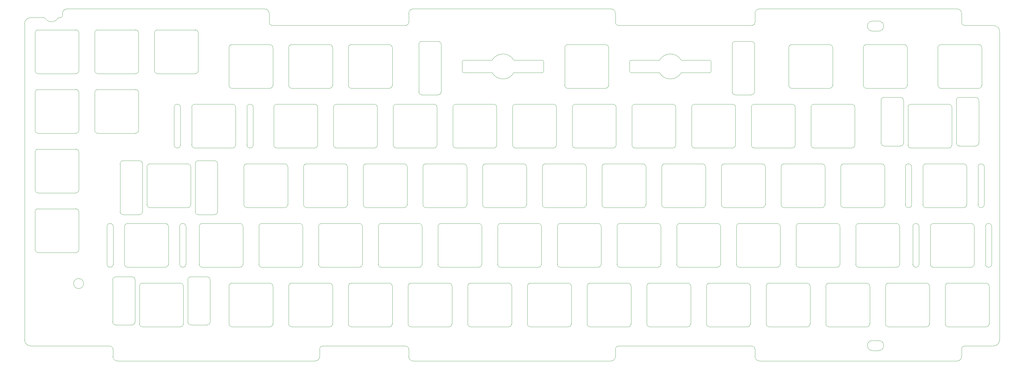
<source format=gbr>
%TF.GenerationSoftware,KiCad,Pcbnew,(5.1.9)-1*%
%TF.CreationDate,2021-02-10T15:31:51-05:00*%
%TF.ProjectId,alpine,616c7069-6e65-42e6-9b69-6361645f7063,rev?*%
%TF.SameCoordinates,Original*%
%TF.FileFunction,Profile,NP*%
%FSLAX46Y46*%
G04 Gerber Fmt 4.6, Leading zero omitted, Abs format (unit mm)*
G04 Created by KiCad (PCBNEW (5.1.9)-1) date 2021-02-10 15:31:51*
%MOMM*%
%LPD*%
G01*
G04 APERTURE LIST*
%TA.AperFunction,Profile*%
%ADD10C,0.100000*%
%TD*%
G04 APERTURE END LIST*
D10*
X13250000Y-131249999D02*
G75*
G03*
X13250000Y-131249999I-1600000J0D01*
G01*
X288250000Y-132100000D02*
G75*
G02*
X289250000Y-131100000I1000000J0D01*
G01*
X301250000Y-131100000D02*
X289250000Y-131100000D01*
X301250000Y-131100000D02*
G75*
G02*
X302250000Y-132100000I0J-1000000D01*
G01*
X302250000Y-144100000D02*
X302250000Y-132100000D01*
X302250000Y-144100000D02*
G75*
G02*
X301250000Y-145100000I-1000000J0D01*
G01*
X289250000Y-145100000D02*
X301250000Y-145100000D01*
X289250000Y-145100000D02*
G75*
G02*
X288250000Y-144100000I0J1000000D01*
G01*
X288250000Y-132100000D02*
X288250000Y-144100000D01*
X269200000Y-132100000D02*
G75*
G02*
X270200000Y-131100000I1000000J0D01*
G01*
X282200000Y-131100000D02*
X270200000Y-131100000D01*
X282200000Y-131100000D02*
G75*
G02*
X283200000Y-132100000I0J-1000000D01*
G01*
X283200000Y-144100000D02*
X283200000Y-132100000D01*
X283200000Y-144100000D02*
G75*
G02*
X282200000Y-145100000I-1000000J0D01*
G01*
X270200000Y-145100000D02*
X282200000Y-145100000D01*
X270200000Y-145100000D02*
G75*
G02*
X269200000Y-144100000I0J1000000D01*
G01*
X269200000Y-132100000D02*
X269200000Y-144100000D01*
X250150000Y-132100000D02*
G75*
G02*
X251150000Y-131100000I1000000J0D01*
G01*
X263150000Y-131100000D02*
X251150000Y-131100000D01*
X263150000Y-131100000D02*
G75*
G02*
X264150000Y-132100000I0J-1000000D01*
G01*
X264150000Y-144100000D02*
X264150000Y-132100000D01*
X264150000Y-144100000D02*
G75*
G02*
X263150000Y-145100000I-1000000J0D01*
G01*
X251150000Y-145100000D02*
X263150000Y-145100000D01*
X251150000Y-145100000D02*
G75*
G02*
X250150000Y-144100000I0J1000000D01*
G01*
X250150000Y-132100000D02*
X250150000Y-144100000D01*
X231100000Y-132100000D02*
G75*
G02*
X232100000Y-131100000I1000000J0D01*
G01*
X244100000Y-131100000D02*
X232100000Y-131100000D01*
X244100000Y-131100000D02*
G75*
G02*
X245100000Y-132100000I0J-1000000D01*
G01*
X245100000Y-144100000D02*
X245100000Y-132100000D01*
X245100000Y-144100000D02*
G75*
G02*
X244100000Y-145100000I-1000000J0D01*
G01*
X232100000Y-145100000D02*
X244100000Y-145100000D01*
X232100000Y-145100000D02*
G75*
G02*
X231100000Y-144100000I0J1000000D01*
G01*
X231100000Y-132100000D02*
X231100000Y-144100000D01*
X212050000Y-132100000D02*
G75*
G02*
X213050000Y-131100000I1000000J0D01*
G01*
X225050000Y-131100000D02*
X213050000Y-131100000D01*
X225050000Y-131100000D02*
G75*
G02*
X226050000Y-132100000I0J-1000000D01*
G01*
X226050000Y-144100000D02*
X226050000Y-132100000D01*
X226050000Y-144100000D02*
G75*
G02*
X225050000Y-145100000I-1000000J0D01*
G01*
X213050000Y-145100000D02*
X225050000Y-145100000D01*
X213050000Y-145100000D02*
G75*
G02*
X212050000Y-144100000I0J1000000D01*
G01*
X212050000Y-132100000D02*
X212050000Y-144100000D01*
X193000000Y-132100000D02*
G75*
G02*
X194000000Y-131100000I1000000J0D01*
G01*
X206000000Y-131100000D02*
X194000000Y-131100000D01*
X206000000Y-131100000D02*
G75*
G02*
X207000000Y-132100000I0J-1000000D01*
G01*
X207000000Y-144100000D02*
X207000000Y-132100000D01*
X207000000Y-144100000D02*
G75*
G02*
X206000000Y-145100000I-1000000J0D01*
G01*
X194000000Y-145100000D02*
X206000000Y-145100000D01*
X194000000Y-145100000D02*
G75*
G02*
X193000000Y-144100000I0J1000000D01*
G01*
X193000000Y-132100000D02*
X193000000Y-144100000D01*
X173950000Y-132100000D02*
G75*
G02*
X174950000Y-131100000I1000000J0D01*
G01*
X186950000Y-131100000D02*
X174950000Y-131100000D01*
X186950000Y-131100000D02*
G75*
G02*
X187950000Y-132100000I0J-1000000D01*
G01*
X187950000Y-144100000D02*
X187950000Y-132100000D01*
X187950000Y-144100000D02*
G75*
G02*
X186950000Y-145100000I-1000000J0D01*
G01*
X174950000Y-145100000D02*
X186950000Y-145100000D01*
X174950000Y-145100000D02*
G75*
G02*
X173950000Y-144100000I0J1000000D01*
G01*
X173950000Y-132100000D02*
X173950000Y-144100000D01*
X154900000Y-132100000D02*
G75*
G02*
X155900000Y-131100000I1000000J0D01*
G01*
X167900000Y-131100000D02*
X155900000Y-131100000D01*
X167900000Y-131100000D02*
G75*
G02*
X168900000Y-132100000I0J-1000000D01*
G01*
X168900000Y-144100000D02*
X168900000Y-132100000D01*
X168900000Y-144100000D02*
G75*
G02*
X167900000Y-145100000I-1000000J0D01*
G01*
X155900000Y-145100000D02*
X167900000Y-145100000D01*
X155900000Y-145100000D02*
G75*
G02*
X154900000Y-144100000I0J1000000D01*
G01*
X154900000Y-132100000D02*
X154900000Y-144100000D01*
X135850000Y-132100000D02*
G75*
G02*
X136850000Y-131100000I1000000J0D01*
G01*
X148850000Y-131100000D02*
X136850000Y-131100000D01*
X148850000Y-131100000D02*
G75*
G02*
X149850000Y-132100000I0J-1000000D01*
G01*
X149850000Y-144100000D02*
X149850000Y-132100000D01*
X149850000Y-144100000D02*
G75*
G02*
X148850000Y-145100000I-1000000J0D01*
G01*
X136850000Y-145100000D02*
X148850000Y-145100000D01*
X136850000Y-145100000D02*
G75*
G02*
X135850000Y-144100000I0J1000000D01*
G01*
X135850000Y-132100000D02*
X135850000Y-144100000D01*
X116800000Y-132100000D02*
G75*
G02*
X117800000Y-131100000I1000000J0D01*
G01*
X129800000Y-131100000D02*
X117800000Y-131100000D01*
X129800000Y-131100000D02*
G75*
G02*
X130800000Y-132100000I0J-1000000D01*
G01*
X130800000Y-144100000D02*
X130800000Y-132100000D01*
X130800000Y-144100000D02*
G75*
G02*
X129800000Y-145100000I-1000000J0D01*
G01*
X117800000Y-145100000D02*
X129800000Y-145100000D01*
X117800000Y-145100000D02*
G75*
G02*
X116800000Y-144100000I0J1000000D01*
G01*
X116800000Y-132100000D02*
X116800000Y-144100000D01*
X97750000Y-132100000D02*
G75*
G02*
X98750000Y-131100000I1000000J0D01*
G01*
X110750000Y-131100000D02*
X98750000Y-131100000D01*
X110750000Y-131100000D02*
G75*
G02*
X111750000Y-132100000I0J-1000000D01*
G01*
X111750000Y-144100000D02*
X111750000Y-132100000D01*
X111750000Y-144100000D02*
G75*
G02*
X110750000Y-145100000I-1000000J0D01*
G01*
X98750000Y-145100000D02*
X110750000Y-145100000D01*
X98750000Y-145100000D02*
G75*
G02*
X97750000Y-144100000I0J1000000D01*
G01*
X97750000Y-132100000D02*
X97750000Y-144100000D01*
X78700000Y-132100000D02*
G75*
G02*
X79700000Y-131100000I1000000J0D01*
G01*
X91700000Y-131100000D02*
X79700000Y-131100000D01*
X91700000Y-131100000D02*
G75*
G02*
X92700000Y-132100000I0J-1000000D01*
G01*
X92700000Y-144100000D02*
X92700000Y-132100000D01*
X92700000Y-144100000D02*
G75*
G02*
X91700000Y-145100000I-1000000J0D01*
G01*
X79700000Y-145100000D02*
X91700000Y-145100000D01*
X79700000Y-145100000D02*
G75*
G02*
X78700000Y-144100000I0J1000000D01*
G01*
X78700000Y-132100000D02*
X78700000Y-144100000D01*
X59650000Y-132100000D02*
G75*
G02*
X60650000Y-131100000I1000000J0D01*
G01*
X72650000Y-131100000D02*
X60650000Y-131100000D01*
X72650000Y-131100000D02*
G75*
G02*
X73650000Y-132100000I0J-1000000D01*
G01*
X73650000Y-144100000D02*
X73650000Y-132100000D01*
X73650000Y-144100000D02*
G75*
G02*
X72650000Y-145100000I-1000000J0D01*
G01*
X60650000Y-145100000D02*
X72650000Y-145100000D01*
X60650000Y-145100000D02*
G75*
G02*
X59650000Y-144100000I0J1000000D01*
G01*
X59650000Y-132100000D02*
X59650000Y-144100000D01*
X45075000Y-144100000D02*
G75*
G02*
X44075000Y-145100000I-1000000J0D01*
G01*
X32075000Y-145100000D02*
X44075000Y-145100000D01*
X32075000Y-145100000D02*
G75*
G02*
X31075000Y-144100000I0J1000000D01*
G01*
X31075000Y-132100000D02*
X31075000Y-144100000D01*
X31075000Y-132100000D02*
G75*
G02*
X32075000Y-131100000I1000000J0D01*
G01*
X44075000Y-131100000D02*
X32075000Y-131100000D01*
X44075000Y-131100000D02*
G75*
G02*
X45075000Y-132100000I0J-1000000D01*
G01*
X45075000Y-144100000D02*
X45075000Y-132100000D01*
X22710000Y-125050000D02*
G75*
G02*
X20710000Y-125050000I-1000000J0D01*
G01*
X20710000Y-113050000D02*
X20710000Y-125050000D01*
X20710000Y-113050000D02*
G75*
G02*
X22710000Y-113050000I1000000J0D01*
G01*
X22710000Y-125050000D02*
X22710000Y-113050000D01*
X26310000Y-113050000D02*
G75*
G02*
X27310000Y-112050000I1000000J0D01*
G01*
X39310000Y-112050000D02*
X27310000Y-112050000D01*
X39310000Y-112050000D02*
G75*
G02*
X40310000Y-113050000I0J-1000000D01*
G01*
X40310000Y-125050000D02*
X40310000Y-113050000D01*
X40310000Y-125050000D02*
G75*
G02*
X39310000Y-126050000I-1000000J0D01*
G01*
X27310000Y-126050000D02*
X39310000Y-126050000D01*
X27310000Y-126050000D02*
G75*
G02*
X26310000Y-125050000I0J1000000D01*
G01*
X26310000Y-113050000D02*
X26310000Y-125050000D01*
X43910000Y-113050000D02*
G75*
G02*
X45910000Y-113050000I1000000J0D01*
G01*
X45910000Y-125050000D02*
X45910000Y-113050000D01*
X45910000Y-125050000D02*
G75*
G02*
X43910000Y-125050000I-1000000J0D01*
G01*
X43910000Y-113050000D02*
X43910000Y-125050000D01*
X50125000Y-113050000D02*
G75*
G02*
X51125000Y-112050000I1000000J0D01*
G01*
X63125000Y-112050000D02*
X51125000Y-112050000D01*
X63125000Y-112050000D02*
G75*
G02*
X64125000Y-113050000I0J-1000000D01*
G01*
X64125000Y-125050000D02*
X64125000Y-113050000D01*
X64125000Y-125050000D02*
G75*
G02*
X63125000Y-126050000I-1000000J0D01*
G01*
X51125000Y-126050000D02*
X63125000Y-126050000D01*
X51125000Y-126050000D02*
G75*
G02*
X50125000Y-125050000I0J1000000D01*
G01*
X50125000Y-113050000D02*
X50125000Y-125050000D01*
X69175000Y-113050000D02*
G75*
G02*
X70175000Y-112050000I1000000J0D01*
G01*
X82175000Y-112050000D02*
X70175000Y-112050000D01*
X82175000Y-112050000D02*
G75*
G02*
X83175000Y-113050000I0J-1000000D01*
G01*
X83175000Y-125050000D02*
X83175000Y-113050000D01*
X83175000Y-125050000D02*
G75*
G02*
X82175000Y-126050000I-1000000J0D01*
G01*
X70175000Y-126050000D02*
X82175000Y-126050000D01*
X70175000Y-126050000D02*
G75*
G02*
X69175000Y-125050000I0J1000000D01*
G01*
X69175000Y-113050000D02*
X69175000Y-125050000D01*
X88225000Y-113050000D02*
G75*
G02*
X89225000Y-112050000I1000000J0D01*
G01*
X101225000Y-112050000D02*
X89225000Y-112050000D01*
X101225000Y-112050000D02*
G75*
G02*
X102225000Y-113050000I0J-1000000D01*
G01*
X102225000Y-125050000D02*
X102225000Y-113050000D01*
X102225000Y-125050000D02*
G75*
G02*
X101225000Y-126050000I-1000000J0D01*
G01*
X89225000Y-126050000D02*
X101225000Y-126050000D01*
X89225000Y-126050000D02*
G75*
G02*
X88225000Y-125050000I0J1000000D01*
G01*
X88225000Y-113050000D02*
X88225000Y-125050000D01*
X107275000Y-113050000D02*
G75*
G02*
X108275000Y-112050000I1000000J0D01*
G01*
X120275000Y-112050000D02*
X108275000Y-112050000D01*
X120275000Y-112050000D02*
G75*
G02*
X121275000Y-113050000I0J-1000000D01*
G01*
X121275000Y-125050000D02*
X121275000Y-113050000D01*
X121275000Y-125050000D02*
G75*
G02*
X120275000Y-126050000I-1000000J0D01*
G01*
X108275000Y-126050000D02*
X120275000Y-126050000D01*
X108275000Y-126050000D02*
G75*
G02*
X107275000Y-125050000I0J1000000D01*
G01*
X107275000Y-113050000D02*
X107275000Y-125050000D01*
X126325000Y-113050000D02*
G75*
G02*
X127325000Y-112050000I1000000J0D01*
G01*
X139325000Y-112050000D02*
X127325000Y-112050000D01*
X139325000Y-112050000D02*
G75*
G02*
X140325000Y-113050000I0J-1000000D01*
G01*
X140325000Y-125050000D02*
X140325000Y-113050000D01*
X140325000Y-125050000D02*
G75*
G02*
X139325000Y-126050000I-1000000J0D01*
G01*
X127325000Y-126050000D02*
X139325000Y-126050000D01*
X127325000Y-126050000D02*
G75*
G02*
X126325000Y-125050000I0J1000000D01*
G01*
X126325000Y-113050000D02*
X126325000Y-125050000D01*
X145375000Y-113050000D02*
G75*
G02*
X146375000Y-112050000I1000000J0D01*
G01*
X158375000Y-112050000D02*
X146375000Y-112050000D01*
X158375000Y-112050000D02*
G75*
G02*
X159375000Y-113050000I0J-1000000D01*
G01*
X159375000Y-125050000D02*
X159375000Y-113050000D01*
X159375000Y-125050000D02*
G75*
G02*
X158375000Y-126050000I-1000000J0D01*
G01*
X146375000Y-126050000D02*
X158375000Y-126050000D01*
X146375000Y-126050000D02*
G75*
G02*
X145375000Y-125050000I0J1000000D01*
G01*
X145375000Y-113050000D02*
X145375000Y-125050000D01*
X164425000Y-113050000D02*
G75*
G02*
X165425000Y-112050000I1000000J0D01*
G01*
X177425000Y-112050000D02*
X165425000Y-112050000D01*
X177425000Y-112050000D02*
G75*
G02*
X178425000Y-113050000I0J-1000000D01*
G01*
X178425000Y-125050000D02*
X178425000Y-113050000D01*
X178425000Y-125050000D02*
G75*
G02*
X177425000Y-126050000I-1000000J0D01*
G01*
X165425000Y-126050000D02*
X177425000Y-126050000D01*
X165425000Y-126050000D02*
G75*
G02*
X164425000Y-125050000I0J1000000D01*
G01*
X164425000Y-113050000D02*
X164425000Y-125050000D01*
X183475000Y-113050000D02*
G75*
G02*
X184475000Y-112050000I1000000J0D01*
G01*
X196475000Y-112050000D02*
X184475000Y-112050000D01*
X196475000Y-112050000D02*
G75*
G02*
X197475000Y-113050000I0J-1000000D01*
G01*
X197475000Y-125050000D02*
X197475000Y-113050000D01*
X197475000Y-125050000D02*
G75*
G02*
X196475000Y-126050000I-1000000J0D01*
G01*
X184475000Y-126050000D02*
X196475000Y-126050000D01*
X184475000Y-126050000D02*
G75*
G02*
X183475000Y-125050000I0J1000000D01*
G01*
X183475000Y-113050000D02*
X183475000Y-125050000D01*
X202525000Y-113050000D02*
G75*
G02*
X203525000Y-112050000I1000000J0D01*
G01*
X215525000Y-112050000D02*
X203525000Y-112050000D01*
X215525000Y-112050000D02*
G75*
G02*
X216525000Y-113050000I0J-1000000D01*
G01*
X216525000Y-125050000D02*
X216525000Y-113050000D01*
X216525000Y-125050000D02*
G75*
G02*
X215525000Y-126050000I-1000000J0D01*
G01*
X203525000Y-126050000D02*
X215525000Y-126050000D01*
X203525000Y-126050000D02*
G75*
G02*
X202525000Y-125050000I0J1000000D01*
G01*
X202525000Y-113050000D02*
X202525000Y-125050000D01*
X221575000Y-113050000D02*
G75*
G02*
X222575000Y-112050000I1000000J0D01*
G01*
X234575000Y-112050000D02*
X222575000Y-112050000D01*
X234575000Y-112050000D02*
G75*
G02*
X235575000Y-113050000I0J-1000000D01*
G01*
X235575000Y-125050000D02*
X235575000Y-113050000D01*
X235575000Y-125050000D02*
G75*
G02*
X234575000Y-126050000I-1000000J0D01*
G01*
X222575000Y-126050000D02*
X234575000Y-126050000D01*
X222575000Y-126050000D02*
G75*
G02*
X221575000Y-125050000I0J1000000D01*
G01*
X221575000Y-113050000D02*
X221575000Y-125050000D01*
X240625000Y-113050000D02*
G75*
G02*
X241625000Y-112050000I1000000J0D01*
G01*
X253625000Y-112050000D02*
X241625000Y-112050000D01*
X253625000Y-112050000D02*
G75*
G02*
X254625000Y-113050000I0J-1000000D01*
G01*
X254625000Y-125050000D02*
X254625000Y-113050000D01*
X254625000Y-125050000D02*
G75*
G02*
X253625000Y-126050000I-1000000J0D01*
G01*
X241625000Y-126050000D02*
X253625000Y-126050000D01*
X241625000Y-126050000D02*
G75*
G02*
X240625000Y-125050000I0J1000000D01*
G01*
X240625000Y-113050000D02*
X240625000Y-125050000D01*
X259675000Y-113050000D02*
G75*
G02*
X260675000Y-112050000I1000000J0D01*
G01*
X272675000Y-112050000D02*
X260675000Y-112050000D01*
X272675000Y-112050000D02*
G75*
G02*
X273675000Y-113050000I0J-1000000D01*
G01*
X273675000Y-125050000D02*
X273675000Y-113050000D01*
X273675000Y-125050000D02*
G75*
G02*
X272675000Y-126050000I-1000000J0D01*
G01*
X260675000Y-126050000D02*
X272675000Y-126050000D01*
X260675000Y-126050000D02*
G75*
G02*
X259675000Y-125050000I0J1000000D01*
G01*
X259675000Y-113050000D02*
X259675000Y-125050000D01*
X279890000Y-125050000D02*
G75*
G02*
X277890000Y-125050000I-1000000J0D01*
G01*
X277890000Y-113050000D02*
X277890000Y-125050000D01*
X277890000Y-113050000D02*
G75*
G02*
X279890000Y-113050000I1000000J0D01*
G01*
X279890000Y-125050000D02*
X279890000Y-113050000D01*
X283490000Y-113050000D02*
G75*
G02*
X284490000Y-112050000I1000000J0D01*
G01*
X296490000Y-112050000D02*
X284490000Y-112050000D01*
X296490000Y-112050000D02*
G75*
G02*
X297490000Y-113050000I0J-1000000D01*
G01*
X297490000Y-125050000D02*
X297490000Y-113050000D01*
X297490000Y-125050000D02*
G75*
G02*
X296490000Y-126050000I-1000000J0D01*
G01*
X284490000Y-126050000D02*
X296490000Y-126050000D01*
X284490000Y-126050000D02*
G75*
G02*
X283490000Y-125050000I0J1000000D01*
G01*
X283490000Y-113050000D02*
X283490000Y-125050000D01*
X301090000Y-113050000D02*
G75*
G02*
X303090000Y-113050000I1000000J0D01*
G01*
X303090000Y-125050000D02*
X303090000Y-113050000D01*
X303090000Y-125050000D02*
G75*
G02*
X301090000Y-125050000I-1000000J0D01*
G01*
X301090000Y-113050000D02*
X301090000Y-125050000D01*
X11749999Y-89299999D02*
X11749999Y-101299999D01*
X10749999Y-88299999D02*
G75*
G02*
X11749999Y-89299999I0J-1000000D01*
G01*
X-1250000Y-88299999D02*
X10749999Y-88299999D01*
X-2250000Y-89299999D02*
G75*
G02*
X-1250000Y-88299999I1000000J0D01*
G01*
X-2250000Y-101299999D02*
X-2250000Y-89299999D01*
X-1250000Y-102299999D02*
G75*
G02*
X-2250000Y-101299999I0J1000000D01*
G01*
X10749999Y-102299999D02*
X-1250000Y-102299999D01*
X11749999Y-101299999D02*
G75*
G02*
X10749999Y-102299999I-1000000J0D01*
G01*
X30799999Y-51199999D02*
X30799999Y-63199999D01*
X29799999Y-50199999D02*
G75*
G02*
X30799999Y-51199999I0J-1000000D01*
G01*
X17799999Y-50199999D02*
X29799999Y-50199999D01*
X16799999Y-51199999D02*
G75*
G02*
X17799999Y-50199999I1000000J0D01*
G01*
X16799999Y-63199999D02*
X16799999Y-51199999D01*
X17799999Y-64199999D02*
G75*
G02*
X16799999Y-63199999I0J1000000D01*
G01*
X29799999Y-64199999D02*
X17799999Y-64199999D01*
X30799999Y-63199999D02*
G75*
G02*
X29799999Y-64199999I-1000000J0D01*
G01*
X11749999Y-51199999D02*
X11749999Y-63199999D01*
X10749999Y-50199999D02*
G75*
G02*
X11749999Y-51199999I0J-1000000D01*
G01*
X-1250000Y-50199999D02*
X10749999Y-50199999D01*
X-2250000Y-51199999D02*
G75*
G02*
X-1250000Y-50199999I1000000J0D01*
G01*
X-2250000Y-63199999D02*
X-2250000Y-51199999D01*
X-1250000Y-64199999D02*
G75*
G02*
X-2250000Y-63199999I0J1000000D01*
G01*
X10749999Y-64199999D02*
X-1250000Y-64199999D01*
X11749999Y-63199999D02*
G75*
G02*
X10749999Y-64199999I-1000000J0D01*
G01*
X49849999Y-51199999D02*
X49849999Y-63199999D01*
X48849999Y-50199999D02*
G75*
G02*
X49849999Y-51199999I0J-1000000D01*
G01*
X36849999Y-50199999D02*
X48849999Y-50199999D01*
X35849999Y-51199999D02*
G75*
G02*
X36849999Y-50199999I1000000J0D01*
G01*
X35849999Y-63199999D02*
X35849999Y-51199999D01*
X36849999Y-64199999D02*
G75*
G02*
X35849999Y-63199999I0J1000000D01*
G01*
X48849999Y-64199999D02*
X36849999Y-64199999D01*
X49849999Y-63199999D02*
G75*
G02*
X48849999Y-64199999I-1000000J0D01*
G01*
X64400000Y-106000000D02*
X64400000Y-94000000D01*
X65400000Y-107000000D02*
G75*
G02*
X64400000Y-106000000I0J1000000D01*
G01*
X77400000Y-107000000D02*
X65400000Y-107000000D01*
X78400000Y-106000000D02*
G75*
G02*
X77400000Y-107000000I-1000000J0D01*
G01*
X78400000Y-94000000D02*
X78400000Y-106000000D01*
X77400000Y-93000000D02*
G75*
G02*
X78400000Y-94000000I0J-1000000D01*
G01*
X65400000Y-93000000D02*
X77400000Y-93000000D01*
X64400000Y-94000000D02*
G75*
G02*
X65400000Y-93000000I1000000J0D01*
G01*
X83450000Y-106000000D02*
X83450000Y-94000000D01*
X84450000Y-107000000D02*
G75*
G02*
X83450000Y-106000000I0J1000000D01*
G01*
X96450000Y-107000000D02*
X84450000Y-107000000D01*
X97450000Y-106000000D02*
G75*
G02*
X96450000Y-107000000I-1000000J0D01*
G01*
X97450000Y-94000000D02*
X97450000Y-106000000D01*
X96450000Y-93000000D02*
G75*
G02*
X97450000Y-94000000I0J-1000000D01*
G01*
X84450000Y-93000000D02*
X96450000Y-93000000D01*
X83450000Y-94000000D02*
G75*
G02*
X84450000Y-93000000I1000000J0D01*
G01*
X102500000Y-106000000D02*
X102500000Y-94000000D01*
X103500000Y-107000000D02*
G75*
G02*
X102500000Y-106000000I0J1000000D01*
G01*
X115500000Y-107000000D02*
X103500000Y-107000000D01*
X116500000Y-106000000D02*
G75*
G02*
X115500000Y-107000000I-1000000J0D01*
G01*
X116500000Y-94000000D02*
X116500000Y-106000000D01*
X115500000Y-93000000D02*
G75*
G02*
X116500000Y-94000000I0J-1000000D01*
G01*
X103500000Y-93000000D02*
X115500000Y-93000000D01*
X102500000Y-94000000D02*
G75*
G02*
X103500000Y-93000000I1000000J0D01*
G01*
X121550000Y-106000000D02*
X121550000Y-94000000D01*
X122550000Y-107000000D02*
G75*
G02*
X121550000Y-106000000I0J1000000D01*
G01*
X134550000Y-107000000D02*
X122550000Y-107000000D01*
X135550000Y-106000000D02*
G75*
G02*
X134550000Y-107000000I-1000000J0D01*
G01*
X135550000Y-94000000D02*
X135550000Y-106000000D01*
X134550000Y-93000000D02*
G75*
G02*
X135550000Y-94000000I0J-1000000D01*
G01*
X122550000Y-93000000D02*
X134550000Y-93000000D01*
X121550000Y-94000000D02*
G75*
G02*
X122550000Y-93000000I1000000J0D01*
G01*
X140600000Y-106000000D02*
X140600000Y-94000000D01*
X141600000Y-107000000D02*
G75*
G02*
X140600000Y-106000000I0J1000000D01*
G01*
X153600000Y-107000000D02*
X141600000Y-107000000D01*
X154600000Y-106000000D02*
G75*
G02*
X153600000Y-107000000I-1000000J0D01*
G01*
X154600000Y-94000000D02*
X154600000Y-106000000D01*
X153600000Y-93000000D02*
G75*
G02*
X154600000Y-94000000I0J-1000000D01*
G01*
X141600000Y-93000000D02*
X153600000Y-93000000D01*
X140600000Y-94000000D02*
G75*
G02*
X141600000Y-93000000I1000000J0D01*
G01*
X159650000Y-106000000D02*
X159650000Y-94000000D01*
X160650000Y-107000000D02*
G75*
G02*
X159650000Y-106000000I0J1000000D01*
G01*
X172650000Y-107000000D02*
X160650000Y-107000000D01*
X173650000Y-106000000D02*
G75*
G02*
X172650000Y-107000000I-1000000J0D01*
G01*
X173650000Y-94000000D02*
X173650000Y-106000000D01*
X172650000Y-93000000D02*
G75*
G02*
X173650000Y-94000000I0J-1000000D01*
G01*
X160650000Y-93000000D02*
X172650000Y-93000000D01*
X159650000Y-94000000D02*
G75*
G02*
X160650000Y-93000000I1000000J0D01*
G01*
X178700000Y-106000000D02*
X178700000Y-94000000D01*
X179700000Y-107000000D02*
G75*
G02*
X178700000Y-106000000I0J1000000D01*
G01*
X191700000Y-107000000D02*
X179700000Y-107000000D01*
X192700000Y-106000000D02*
G75*
G02*
X191700000Y-107000000I-1000000J0D01*
G01*
X192700000Y-94000000D02*
X192700000Y-106000000D01*
X191700000Y-93000000D02*
G75*
G02*
X192700000Y-94000000I0J-1000000D01*
G01*
X179700000Y-93000000D02*
X191700000Y-93000000D01*
X178700000Y-94000000D02*
G75*
G02*
X179700000Y-93000000I1000000J0D01*
G01*
X197750000Y-106000000D02*
X197750000Y-94000000D01*
X198750000Y-107000000D02*
G75*
G02*
X197750000Y-106000000I0J1000000D01*
G01*
X210750000Y-107000000D02*
X198750000Y-107000000D01*
X211750000Y-106000000D02*
G75*
G02*
X210750000Y-107000000I-1000000J0D01*
G01*
X211750000Y-94000000D02*
X211750000Y-106000000D01*
X210750000Y-93000000D02*
G75*
G02*
X211750000Y-94000000I0J-1000000D01*
G01*
X198750000Y-93000000D02*
X210750000Y-93000000D01*
X197750000Y-94000000D02*
G75*
G02*
X198750000Y-93000000I1000000J0D01*
G01*
X216800000Y-106000000D02*
X216800000Y-94000000D01*
X217800000Y-107000000D02*
G75*
G02*
X216800000Y-106000000I0J1000000D01*
G01*
X229800000Y-107000000D02*
X217800000Y-107000000D01*
X230800000Y-106000000D02*
G75*
G02*
X229800000Y-107000000I-1000000J0D01*
G01*
X230800000Y-94000000D02*
X230800000Y-106000000D01*
X229800000Y-93000000D02*
G75*
G02*
X230800000Y-94000000I0J-1000000D01*
G01*
X217800000Y-93000000D02*
X229800000Y-93000000D01*
X216800000Y-94000000D02*
G75*
G02*
X217800000Y-93000000I1000000J0D01*
G01*
X235850000Y-106000000D02*
X235850000Y-94000000D01*
X236850000Y-107000000D02*
G75*
G02*
X235850000Y-106000000I0J1000000D01*
G01*
X248850000Y-107000000D02*
X236850000Y-107000000D01*
X249850000Y-106000000D02*
G75*
G02*
X248850000Y-107000000I-1000000J0D01*
G01*
X249850000Y-94000000D02*
X249850000Y-106000000D01*
X248850000Y-93000000D02*
G75*
G02*
X249850000Y-94000000I0J-1000000D01*
G01*
X236850000Y-93000000D02*
X248850000Y-93000000D01*
X235850000Y-94000000D02*
G75*
G02*
X236850000Y-93000000I1000000J0D01*
G01*
X254900000Y-106000000D02*
X254900000Y-94000000D01*
X255900000Y-107000000D02*
G75*
G02*
X254900000Y-106000000I0J1000000D01*
G01*
X267900000Y-107000000D02*
X255900000Y-107000000D01*
X268900000Y-106000000D02*
G75*
G02*
X267900000Y-107000000I-1000000J0D01*
G01*
X268900000Y-94000000D02*
X268900000Y-106000000D01*
X267900000Y-93000000D02*
G75*
G02*
X268900000Y-94000000I0J-1000000D01*
G01*
X255900000Y-93000000D02*
X267900000Y-93000000D01*
X254900000Y-94000000D02*
G75*
G02*
X255900000Y-93000000I1000000J0D01*
G01*
X275500000Y-106000000D02*
X275500000Y-94000000D01*
X277500000Y-106000000D02*
G75*
G02*
X275500000Y-106000000I-1000000J0D01*
G01*
X277500000Y-94000000D02*
X277500000Y-106000000D01*
X275500000Y-94000000D02*
G75*
G02*
X277500000Y-94000000I1000000J0D01*
G01*
X281100000Y-106000000D02*
X281100000Y-94000000D01*
X282100000Y-107000000D02*
G75*
G02*
X281100000Y-106000000I0J1000000D01*
G01*
X294100000Y-107000000D02*
X282100000Y-107000000D01*
X295100000Y-106000000D02*
G75*
G02*
X294100000Y-107000000I-1000000J0D01*
G01*
X295100000Y-94000000D02*
X295100000Y-106000000D01*
X294100000Y-93000000D02*
G75*
G02*
X295100000Y-94000000I0J-1000000D01*
G01*
X282100000Y-93000000D02*
X294100000Y-93000000D01*
X281100000Y-94000000D02*
G75*
G02*
X282100000Y-93000000I1000000J0D01*
G01*
X300700000Y-94000000D02*
X300700000Y-106000000D01*
X298700000Y-94000000D02*
G75*
G02*
X300700000Y-94000000I1000000J0D01*
G01*
X298700000Y-106000000D02*
X298700000Y-94000000D01*
X300700000Y-106000000D02*
G75*
G02*
X298700000Y-106000000I-1000000J0D01*
G01*
X290345000Y-74950000D02*
X290345000Y-86950000D01*
X289345000Y-73950000D02*
G75*
G02*
X290345000Y-74950000I0J-1000000D01*
G01*
X277345000Y-73950000D02*
X289345000Y-73950000D01*
X276345000Y-74950000D02*
G75*
G02*
X277345000Y-73950000I1000000J0D01*
G01*
X276345000Y-86950000D02*
X276345000Y-74950000D01*
X277345000Y-87950000D02*
G75*
G02*
X276345000Y-86950000I0J1000000D01*
G01*
X289345000Y-87950000D02*
X277345000Y-87950000D01*
X290345000Y-86950000D02*
G75*
G02*
X289345000Y-87950000I-1000000J0D01*
G01*
X246400000Y-73950000D02*
X258400000Y-73950000D01*
X245400000Y-74950000D02*
G75*
G02*
X246400000Y-73950000I1000000J0D01*
G01*
X245400000Y-86950000D02*
X245400000Y-74950000D01*
X246400000Y-87950000D02*
G75*
G02*
X245400000Y-86950000I0J1000000D01*
G01*
X258400000Y-87950000D02*
X246400000Y-87950000D01*
X259400000Y-86950000D02*
G75*
G02*
X258400000Y-87950000I-1000000J0D01*
G01*
X259400000Y-74950000D02*
X259400000Y-86950000D01*
X258400000Y-73950000D02*
G75*
G02*
X259400000Y-74950000I0J-1000000D01*
G01*
X239350000Y-87950000D02*
X227350000Y-87950000D01*
X240350000Y-86950000D02*
G75*
G02*
X239350000Y-87950000I-1000000J0D01*
G01*
X240350000Y-74950000D02*
X240350000Y-86950000D01*
X239350000Y-73950000D02*
G75*
G02*
X240350000Y-74950000I0J-1000000D01*
G01*
X227350000Y-73950000D02*
X239350000Y-73950000D01*
X226350000Y-74950000D02*
G75*
G02*
X227350000Y-73950000I1000000J0D01*
G01*
X226350000Y-86950000D02*
X226350000Y-74950000D01*
X227350000Y-87950000D02*
G75*
G02*
X226350000Y-86950000I0J1000000D01*
G01*
X220300000Y-87950000D02*
X208300000Y-87950000D01*
X221300000Y-86950000D02*
G75*
G02*
X220300000Y-87950000I-1000000J0D01*
G01*
X221300000Y-74950000D02*
X221300000Y-86950000D01*
X220300000Y-73950000D02*
G75*
G02*
X221300000Y-74950000I0J-1000000D01*
G01*
X208300000Y-73950000D02*
X220300000Y-73950000D01*
X207300000Y-74950000D02*
G75*
G02*
X208300000Y-73950000I1000000J0D01*
G01*
X207300000Y-86950000D02*
X207300000Y-74950000D01*
X208300000Y-87950000D02*
G75*
G02*
X207300000Y-86950000I0J1000000D01*
G01*
X189250000Y-73950000D02*
X201250000Y-73950000D01*
X188250000Y-74950000D02*
G75*
G02*
X189250000Y-73950000I1000000J0D01*
G01*
X188250000Y-86950000D02*
X188250000Y-74950000D01*
X189250000Y-87950000D02*
G75*
G02*
X188250000Y-86950000I0J1000000D01*
G01*
X201250000Y-87950000D02*
X189250000Y-87950000D01*
X202250000Y-86950000D02*
G75*
G02*
X201250000Y-87950000I-1000000J0D01*
G01*
X202250000Y-74950000D02*
X202250000Y-86950000D01*
X201250000Y-73950000D02*
G75*
G02*
X202250000Y-74950000I0J-1000000D01*
G01*
X169200000Y-86950000D02*
X169200000Y-74950000D01*
X170200000Y-87950000D02*
G75*
G02*
X169200000Y-86950000I0J1000000D01*
G01*
X182200000Y-87950000D02*
X170200000Y-87950000D01*
X183200000Y-86950000D02*
G75*
G02*
X182200000Y-87950000I-1000000J0D01*
G01*
X183200000Y-74950000D02*
X183200000Y-86950000D01*
X182200000Y-73950000D02*
G75*
G02*
X183200000Y-74950000I0J-1000000D01*
G01*
X170200000Y-73950000D02*
X182200000Y-73950000D01*
X169200000Y-74950000D02*
G75*
G02*
X170200000Y-73950000I1000000J0D01*
G01*
X150150000Y-86950000D02*
X150150000Y-74950000D01*
X151150000Y-87950000D02*
G75*
G02*
X150150000Y-86950000I0J1000000D01*
G01*
X163150000Y-87950000D02*
X151150000Y-87950000D01*
X164150000Y-86950000D02*
G75*
G02*
X163150000Y-87950000I-1000000J0D01*
G01*
X164150000Y-74950000D02*
X164150000Y-86950000D01*
X163150000Y-73950000D02*
G75*
G02*
X164150000Y-74950000I0J-1000000D01*
G01*
X151150000Y-73950000D02*
X163150000Y-73950000D01*
X150150000Y-74950000D02*
G75*
G02*
X151150000Y-73950000I1000000J0D01*
G01*
X131100000Y-86950000D02*
X131100000Y-74950000D01*
X132100000Y-87950000D02*
G75*
G02*
X131100000Y-86950000I0J1000000D01*
G01*
X144100000Y-87950000D02*
X132100000Y-87950000D01*
X145100000Y-86950000D02*
G75*
G02*
X144100000Y-87950000I-1000000J0D01*
G01*
X145100000Y-74950000D02*
X145100000Y-86950000D01*
X144100000Y-73950000D02*
G75*
G02*
X145100000Y-74950000I0J-1000000D01*
G01*
X132100000Y-73950000D02*
X144100000Y-73950000D01*
X131100000Y-74950000D02*
G75*
G02*
X132100000Y-73950000I1000000J0D01*
G01*
X112050000Y-86950000D02*
X112050000Y-74950000D01*
X113050000Y-87950000D02*
G75*
G02*
X112050000Y-86950000I0J1000000D01*
G01*
X125050000Y-87950000D02*
X113050000Y-87950000D01*
X126050000Y-86950000D02*
G75*
G02*
X125050000Y-87950000I-1000000J0D01*
G01*
X126050000Y-74950000D02*
X126050000Y-86950000D01*
X125050000Y-73950000D02*
G75*
G02*
X126050000Y-74950000I0J-1000000D01*
G01*
X113050000Y-73950000D02*
X125050000Y-73950000D01*
X112050000Y-74950000D02*
G75*
G02*
X113050000Y-73950000I1000000J0D01*
G01*
X93000000Y-86950000D02*
X93000000Y-74950000D01*
X94000000Y-87950000D02*
G75*
G02*
X93000000Y-86950000I0J1000000D01*
G01*
X106000000Y-87950000D02*
X94000000Y-87950000D01*
X107000000Y-86950000D02*
G75*
G02*
X106000000Y-87950000I-1000000J0D01*
G01*
X107000000Y-74950000D02*
X107000000Y-86950000D01*
X106000000Y-73950000D02*
G75*
G02*
X107000000Y-74950000I0J-1000000D01*
G01*
X94000000Y-73950000D02*
X106000000Y-73950000D01*
X93000000Y-74950000D02*
G75*
G02*
X94000000Y-73950000I1000000J0D01*
G01*
X73950000Y-86950000D02*
X73950000Y-74950000D01*
X74950000Y-87950000D02*
G75*
G02*
X73950000Y-86950000I0J1000000D01*
G01*
X86950000Y-87950000D02*
X74950000Y-87950000D01*
X87950000Y-86950000D02*
G75*
G02*
X86950000Y-87950000I-1000000J0D01*
G01*
X87950000Y-74950000D02*
X87950000Y-86950000D01*
X86950000Y-73950000D02*
G75*
G02*
X87950000Y-74950000I0J-1000000D01*
G01*
X74950000Y-73950000D02*
X86950000Y-73950000D01*
X73950000Y-74950000D02*
G75*
G02*
X74950000Y-73950000I1000000J0D01*
G01*
X67350000Y-74950000D02*
X67350000Y-86950000D01*
X65350000Y-74950000D02*
G75*
G02*
X67350000Y-74950000I1000000J0D01*
G01*
X65350000Y-86950000D02*
X65350000Y-74950000D01*
X67350000Y-86950000D02*
G75*
G02*
X65350000Y-86950000I-1000000J0D01*
G01*
X48750000Y-73950000D02*
X60750000Y-73950000D01*
X47750000Y-74950000D02*
G75*
G02*
X48750000Y-73950000I1000000J0D01*
G01*
X47750000Y-86950000D02*
X47750000Y-74950000D01*
X48750000Y-87950000D02*
G75*
G02*
X47750000Y-86950000I0J1000000D01*
G01*
X60750000Y-87950000D02*
X48750000Y-87950000D01*
X61750000Y-86950000D02*
G75*
G02*
X60750000Y-87950000I-1000000J0D01*
G01*
X61750000Y-74950000D02*
X61750000Y-86950000D01*
X60750000Y-73950000D02*
G75*
G02*
X61750000Y-74950000I0J-1000000D01*
G01*
X44150000Y-74950000D02*
X44150000Y-86950000D01*
X42150000Y-74950000D02*
G75*
G02*
X44150000Y-74950000I1000000J0D01*
G01*
X42150000Y-86950000D02*
X42150000Y-74950000D01*
X44150000Y-86950000D02*
G75*
G02*
X42150000Y-86950000I-1000000J0D01*
G01*
X59649999Y-67899999D02*
X59649999Y-55899999D01*
X60649999Y-68899999D02*
G75*
G02*
X59649999Y-67899999I0J1000000D01*
G01*
X72649999Y-68899999D02*
X60649999Y-68899999D01*
X73649999Y-67899999D02*
G75*
G02*
X72649999Y-68899999I-1000000J0D01*
G01*
X73649999Y-55899999D02*
X73649999Y-67899999D01*
X72649999Y-54899999D02*
G75*
G02*
X73649999Y-55899999I0J-1000000D01*
G01*
X60649999Y-54899999D02*
X72649999Y-54899999D01*
X59649999Y-55899999D02*
G75*
G02*
X60649999Y-54899999I1000000J0D01*
G01*
X78699999Y-67899999D02*
X78699999Y-55899999D01*
X79699999Y-68899999D02*
G75*
G02*
X78699999Y-67899999I0J1000000D01*
G01*
X91699999Y-68899999D02*
X79699999Y-68899999D01*
X92699999Y-67899999D02*
G75*
G02*
X91699999Y-68899999I-1000000J0D01*
G01*
X92699999Y-55899999D02*
X92699999Y-67899999D01*
X91699999Y-54899999D02*
G75*
G02*
X92699999Y-55899999I0J-1000000D01*
G01*
X79699999Y-54899999D02*
X91699999Y-54899999D01*
X78699999Y-55899999D02*
G75*
G02*
X79699999Y-54899999I1000000J0D01*
G01*
X97749999Y-67899999D02*
X97749999Y-55899999D01*
X98749999Y-68899999D02*
G75*
G02*
X97749999Y-67899999I0J1000000D01*
G01*
X110749999Y-68899999D02*
X98749999Y-68899999D01*
X111749999Y-67899999D02*
G75*
G02*
X110749999Y-68899999I-1000000J0D01*
G01*
X111749999Y-55899999D02*
X111749999Y-67899999D01*
X110749999Y-54899999D02*
G75*
G02*
X111749999Y-55899999I0J-1000000D01*
G01*
X98749999Y-54899999D02*
X110749999Y-54899999D01*
X97749999Y-55899999D02*
G75*
G02*
X98749999Y-54899999I1000000J0D01*
G01*
X166799999Y-67899999D02*
X166799999Y-55899999D01*
X167799999Y-68899999D02*
G75*
G02*
X166799999Y-67899999I0J1000000D01*
G01*
X179799999Y-68899999D02*
X167799999Y-68899999D01*
X180799999Y-67899999D02*
G75*
G02*
X179799999Y-68899999I-1000000J0D01*
G01*
X180799999Y-55899999D02*
X180799999Y-67899999D01*
X179799999Y-54899999D02*
G75*
G02*
X180799999Y-55899999I0J-1000000D01*
G01*
X167799999Y-54899999D02*
X179799999Y-54899999D01*
X166799999Y-55899999D02*
G75*
G02*
X167799999Y-54899999I1000000J0D01*
G01*
X251299999Y-68900000D02*
X239299999Y-68900000D01*
X252299999Y-67900000D02*
G75*
G02*
X251299999Y-68900000I-1000000J0D01*
G01*
X252299999Y-55900000D02*
X252299999Y-67900000D01*
X251299999Y-54900000D02*
G75*
G02*
X252299999Y-55900000I0J-1000000D01*
G01*
X239299999Y-54900000D02*
X251299999Y-54900000D01*
X238299999Y-55900000D02*
G75*
G02*
X239299999Y-54900000I1000000J0D01*
G01*
X238299999Y-67900000D02*
X238299999Y-55900000D01*
X239299999Y-68900000D02*
G75*
G02*
X238299999Y-67900000I0J1000000D01*
G01*
X275099999Y-68900000D02*
X263099999Y-68900000D01*
X276099999Y-67900000D02*
G75*
G02*
X275099999Y-68900000I-1000000J0D01*
G01*
X276099999Y-55900000D02*
X276099999Y-67900000D01*
X275099999Y-54900000D02*
G75*
G02*
X276099999Y-55900000I0J-1000000D01*
G01*
X263099999Y-54900000D02*
X275099999Y-54900000D01*
X262099999Y-55900000D02*
G75*
G02*
X263099999Y-54900000I1000000J0D01*
G01*
X262099999Y-67900000D02*
X262099999Y-55900000D01*
X263099999Y-68900000D02*
G75*
G02*
X262099999Y-67900000I0J1000000D01*
G01*
X298899999Y-68900000D02*
X286899999Y-68900000D01*
X299899999Y-67900000D02*
G75*
G02*
X298899999Y-68900000I-1000000J0D01*
G01*
X299899999Y-55900000D02*
X299899999Y-67900000D01*
X298899999Y-54900000D02*
G75*
G02*
X299899999Y-55900000I0J-1000000D01*
G01*
X286899999Y-54900000D02*
X298899999Y-54900000D01*
X285899999Y-55900000D02*
G75*
G02*
X286899999Y-54900000I1000000J0D01*
G01*
X285899999Y-67900000D02*
X285899999Y-55900000D01*
X286899999Y-68900000D02*
G75*
G02*
X285899999Y-67900000I0J1000000D01*
G01*
X265000000Y-47400000D02*
X267000000Y-47400000D01*
X265000000Y-50600000D02*
G75*
G02*
X265000000Y-47400000I0J1600000D01*
G01*
X267000000Y-50600000D02*
X265000000Y-50600000D01*
X267000000Y-47400000D02*
G75*
G02*
X267000000Y-50600000I0J-1600000D01*
G01*
X265000000Y-149450000D02*
X267000000Y-149450000D01*
X265000000Y-152650000D02*
G75*
G02*
X265000000Y-149450000I0J1600000D01*
G01*
X267000000Y-152650000D02*
X265000000Y-152650000D01*
X267000000Y-149450000D02*
G75*
G02*
X267000000Y-152650000I0J-1600000D01*
G01*
X213512499Y-63399999D02*
G75*
G02*
X213012499Y-63899999I-500000J0D01*
G01*
X203976601Y-63899999D02*
X213012499Y-63899999D01*
X203976600Y-63899998D02*
G75*
G02*
X197048398Y-63899999I-3464101J1999999D01*
G01*
X188012499Y-63899999D02*
X197048398Y-63899999D01*
X188012499Y-63899999D02*
G75*
G02*
X187512499Y-63399999I0J500000D01*
G01*
X187512499Y-60399999D02*
X187512499Y-63399999D01*
X187512499Y-60399999D02*
G75*
G02*
X188012499Y-59899999I500000J0D01*
G01*
X197048398Y-59899999D02*
X188012499Y-59899999D01*
X197048397Y-59899999D02*
G75*
G02*
X203976601Y-59899999I3464102J-2000000D01*
G01*
X213012499Y-59899999D02*
X203976601Y-59899999D01*
X213012499Y-59899999D02*
G75*
G02*
X213512499Y-60399999I0J-500000D01*
G01*
X213512499Y-63399999D02*
X213512499Y-60399999D01*
X160087499Y-63399999D02*
G75*
G02*
X159587499Y-63899999I-500000J0D01*
G01*
X150551601Y-63899999D02*
X159587499Y-63899999D01*
X150551600Y-63899998D02*
G75*
G02*
X143623398Y-63899999I-3464101J1999999D01*
G01*
X134587499Y-63899999D02*
X143623398Y-63899999D01*
X134587499Y-63899999D02*
G75*
G02*
X134087499Y-63399999I0J500000D01*
G01*
X134087499Y-60399999D02*
X134087499Y-63399999D01*
X134087499Y-60399999D02*
G75*
G02*
X134587499Y-59899999I500000J0D01*
G01*
X143623398Y-59899999D02*
X134587499Y-59899999D01*
X143623397Y-59899999D02*
G75*
G02*
X150551601Y-59899999I3464102J-2000000D01*
G01*
X159587499Y-59899999D02*
X150551601Y-59899999D01*
X159587499Y-59899999D02*
G75*
G02*
X160087499Y-60399999I0J-500000D01*
G01*
X160087499Y-63399999D02*
X160087499Y-60399999D01*
X298958000Y-86300000D02*
G75*
G02*
X297958000Y-87300000I-1000000J0D01*
G01*
X292758000Y-87300000D02*
X297958000Y-87300000D01*
X292758000Y-87300000D02*
G75*
G02*
X291758000Y-86300000I0J1000000D01*
G01*
X291758000Y-72750000D02*
X291758000Y-86300000D01*
X291758000Y-72750000D02*
G75*
G02*
X292758000Y-71750000I1000000J0D01*
G01*
X297958000Y-71750000D02*
X292758000Y-71750000D01*
X297958000Y-71750000D02*
G75*
G02*
X298958000Y-72750000I0J-1000000D01*
G01*
X298958000Y-86300000D02*
X298958000Y-72750000D01*
X274932000Y-86300000D02*
G75*
G02*
X273932000Y-87300000I-1000000J0D01*
G01*
X268732000Y-87300000D02*
X273932000Y-87300000D01*
X268732000Y-87300000D02*
G75*
G02*
X267732000Y-86300000I0J1000000D01*
G01*
X267732000Y-72750000D02*
X267732000Y-86300000D01*
X267732000Y-72750000D02*
G75*
G02*
X268732000Y-71750000I1000000J0D01*
G01*
X273932000Y-71750000D02*
X268732000Y-71750000D01*
X273932000Y-71750000D02*
G75*
G02*
X274932000Y-72750000I0J-1000000D01*
G01*
X274932000Y-86300000D02*
X274932000Y-72750000D01*
X47445000Y-94000000D02*
X47445000Y-106000000D01*
X46445000Y-93000000D02*
G75*
G02*
X47445000Y-94000000I0J-1000000D01*
G01*
X34445000Y-93000000D02*
X46445000Y-93000000D01*
X33445000Y-94000000D02*
G75*
G02*
X34445000Y-93000000I1000000J0D01*
G01*
X33445000Y-106000000D02*
X33445000Y-94000000D01*
X34445000Y-107000000D02*
G75*
G02*
X33445000Y-106000000I0J1000000D01*
G01*
X46445000Y-107000000D02*
X34445000Y-107000000D01*
X47445000Y-106000000D02*
G75*
G02*
X46445000Y-107000000I-1000000J0D01*
G01*
X29662000Y-143450000D02*
G75*
G02*
X28662000Y-144450000I-1000000J0D01*
G01*
X23512000Y-144450000D02*
X28662000Y-144450000D01*
X23512000Y-144450000D02*
G75*
G02*
X22512000Y-143450000I0J1000000D01*
G01*
X22512000Y-130100000D02*
X22512000Y-143450000D01*
X22512000Y-130100000D02*
G75*
G02*
X23512000Y-129100000I1000000J0D01*
G01*
X28662000Y-129100000D02*
X23512000Y-129100000D01*
X28662000Y-129100000D02*
G75*
G02*
X29662000Y-130100000I0J-1000000D01*
G01*
X29662000Y-143450000D02*
X29662000Y-130100000D01*
X52638000Y-129100000D02*
G75*
G02*
X53638000Y-130100000I0J-1000000D01*
G01*
X53638000Y-143450000D02*
X53638000Y-130100000D01*
X53638000Y-143450000D02*
G75*
G02*
X52638000Y-144450000I-1000000J0D01*
G01*
X47488000Y-144450000D02*
X52638000Y-144450000D01*
X47488000Y-144450000D02*
G75*
G02*
X46488000Y-143450000I0J1000000D01*
G01*
X46488000Y-130100000D02*
X46488000Y-143450000D01*
X46488000Y-130100000D02*
G75*
G02*
X47488000Y-129100000I1000000J0D01*
G01*
X52638000Y-129100000D02*
X47488000Y-129100000D01*
X220224999Y-54899999D02*
G75*
G02*
X221224999Y-53899999I1000000J0D01*
G01*
X226374999Y-53899999D02*
X221224999Y-53899999D01*
X226374999Y-53899999D02*
G75*
G02*
X227374999Y-54899999I0J-1000000D01*
G01*
X227374999Y-69949999D02*
X227374999Y-54899999D01*
X227374999Y-69949999D02*
G75*
G02*
X226374999Y-70949999I-1000000J0D01*
G01*
X221224999Y-70949999D02*
X226374999Y-70949999D01*
X221224999Y-70949999D02*
G75*
G02*
X220224999Y-69949999I0J1000000D01*
G01*
X220224999Y-54899999D02*
X220224999Y-69949999D01*
X11749999Y-82249999D02*
G75*
G02*
X10749999Y-83249999I-1000000J0D01*
G01*
X-1250000Y-83249999D02*
X10749999Y-83249999D01*
X-1250000Y-83249999D02*
G75*
G02*
X-2250000Y-82249999I0J1000000D01*
G01*
X-2250000Y-70249999D02*
X-2250000Y-82249999D01*
X-2250000Y-70249999D02*
G75*
G02*
X-1250000Y-69249999I1000000J0D01*
G01*
X10749999Y-69249999D02*
X-1250000Y-69249999D01*
X10749999Y-69249999D02*
G75*
G02*
X11749999Y-70249999I0J-1000000D01*
G01*
X11749999Y-82249999D02*
X11749999Y-70249999D01*
X120224999Y-54899999D02*
G75*
G02*
X121224999Y-53899999I1000000J0D01*
G01*
X126374999Y-53899999D02*
X121224999Y-53899999D01*
X126374999Y-53899999D02*
G75*
G02*
X127374999Y-54899999I0J-1000000D01*
G01*
X127374999Y-69949999D02*
X127374999Y-54899999D01*
X127374999Y-69949999D02*
G75*
G02*
X126374999Y-70949999I-1000000J0D01*
G01*
X121224999Y-70949999D02*
X126374999Y-70949999D01*
X121224999Y-70949999D02*
G75*
G02*
X120224999Y-69949999I0J1000000D01*
G01*
X120224999Y-54899999D02*
X120224999Y-69949999D01*
X16799999Y-70249999D02*
G75*
G02*
X17799999Y-69249999I1000000J0D01*
G01*
X29799999Y-69249999D02*
X17799999Y-69249999D01*
X29799999Y-69249999D02*
G75*
G02*
X30799999Y-70249999I0J-1000000D01*
G01*
X30799999Y-82249999D02*
X30799999Y-70249999D01*
X30799999Y-82249999D02*
G75*
G02*
X29799999Y-83249999I-1000000J0D01*
G01*
X17799999Y-83249999D02*
X29799999Y-83249999D01*
X17799999Y-83249999D02*
G75*
G02*
X16799999Y-82249999I0J1000000D01*
G01*
X16799999Y-70249999D02*
X16799999Y-82249999D01*
X48858000Y-93000000D02*
G75*
G02*
X49858000Y-92000000I1000000J0D01*
G01*
X55008000Y-92000000D02*
X49858000Y-92000000D01*
X55008000Y-92000000D02*
G75*
G02*
X56008000Y-93000000I0J-1000000D01*
G01*
X56008000Y-108250000D02*
X56008000Y-93000000D01*
X56008000Y-108250000D02*
G75*
G02*
X55008000Y-109250000I-1000000J0D01*
G01*
X49858000Y-109250000D02*
X55008000Y-109250000D01*
X49858000Y-109250000D02*
G75*
G02*
X48858000Y-108250000I0J1000000D01*
G01*
X48858000Y-93000000D02*
X48858000Y-108250000D01*
X11749999Y-120349999D02*
G75*
G02*
X10749999Y-121349999I-1000000J0D01*
G01*
X-1250000Y-121349999D02*
X10749999Y-121349999D01*
X-1250000Y-121349999D02*
G75*
G02*
X-2250000Y-120349999I0J1000000D01*
G01*
X-2250000Y-108349999D02*
X-2250000Y-120349999D01*
X-2250000Y-108349999D02*
G75*
G02*
X-1250000Y-107349999I1000000J0D01*
G01*
X10749999Y-107349999D02*
X-1250000Y-107349999D01*
X10749999Y-107349999D02*
G75*
G02*
X11749999Y-108349999I0J-1000000D01*
G01*
X11749999Y-120349999D02*
X11749999Y-108349999D01*
X24882000Y-93000000D02*
G75*
G02*
X25882000Y-92000000I1000000J0D01*
G01*
X31032000Y-92000000D02*
X25882000Y-92000000D01*
X31032000Y-92000000D02*
G75*
G02*
X32032000Y-93000000I0J-1000000D01*
G01*
X32032000Y-108250000D02*
X32032000Y-93000000D01*
X32032000Y-108250000D02*
G75*
G02*
X31032000Y-109250000I-1000000J0D01*
G01*
X25882000Y-109250000D02*
X31032000Y-109250000D01*
X25882000Y-109250000D02*
G75*
G02*
X24882000Y-108250000I0J1000000D01*
G01*
X24882000Y-93000000D02*
X24882000Y-108250000D01*
X303600000Y-48800000D02*
G75*
G02*
X305600000Y-50800000I0J-2000000D01*
G01*
X294500000Y-48800000D02*
X303600000Y-48800000D01*
X294500000Y-48800000D02*
G75*
G02*
X293500000Y-47800000I0J1000000D01*
G01*
X293500000Y-45000000D02*
X293500000Y-47800000D01*
X292000000Y-43500000D02*
G75*
G02*
X293500000Y-45000000I0J-1500000D01*
G01*
X229000000Y-43500000D02*
X292000000Y-43500000D01*
X227500000Y-45000000D02*
G75*
G02*
X229000000Y-43500000I1500000J0D01*
G01*
X227500000Y-47800000D02*
X227500000Y-45000000D01*
X227500000Y-47800000D02*
G75*
G02*
X226500000Y-48800000I-1000000J0D01*
G01*
X184000000Y-48800000D02*
X226500000Y-48800000D01*
X184000000Y-48800000D02*
G75*
G02*
X183000000Y-47800000I0J1000000D01*
G01*
X183000000Y-45000000D02*
X183000000Y-47800000D01*
X181500000Y-43500000D02*
G75*
G02*
X183000000Y-45000000I0J-1500000D01*
G01*
X118500000Y-43500000D02*
X181500000Y-43500000D01*
X117000000Y-45000000D02*
G75*
G02*
X118500000Y-43500000I1500000J0D01*
G01*
X117000000Y-47800000D02*
X117000000Y-45000000D01*
X117000000Y-47800000D02*
G75*
G02*
X116000000Y-48800000I-1000000J0D01*
G01*
X73500000Y-48800000D02*
X116000000Y-48800000D01*
X73500000Y-48800000D02*
G75*
G02*
X72500000Y-47800000I0J1000000D01*
G01*
X72500000Y-45000000D02*
X72500000Y-47800000D01*
X71000000Y-43500000D02*
G75*
G02*
X72500000Y-45000000I0J-1500000D01*
G01*
X8000000Y-43500000D02*
X71000000Y-43500000D01*
X6500000Y-45000000D02*
G75*
G02*
X8000000Y-43500000I1500000J0D01*
G01*
X6500000Y-45800000D02*
X6500000Y-45000000D01*
X6500000Y-45800000D02*
G75*
G02*
X6000000Y-46300000I-500000J0D01*
G01*
X5636759Y-46300000D02*
X6000000Y-46300000D01*
X4825448Y-46715385D02*
G75*
G02*
X5636759Y-46300000I811311J-584615D01*
G01*
X4825449Y-46715383D02*
G75*
G02*
X1174551Y-46715384I-1825449J1315384D01*
G01*
X363240Y-46299999D02*
G75*
G02*
X1174551Y-46715384I0J-1000001D01*
G01*
X-3600000Y-46300000D02*
X363240Y-46300000D01*
X-5600000Y-48300000D02*
G75*
G02*
X-3600000Y-46300000I2000000J0D01*
G01*
X-5600000Y-149200000D02*
X-5600000Y-48300000D01*
X-3600000Y-151200000D02*
G75*
G02*
X-5600000Y-149200000I0J2000000D01*
G01*
X21599999Y-151200000D02*
X-3600000Y-151200000D01*
X21599999Y-151200000D02*
G75*
G02*
X22599999Y-152200000I0J-1000000D01*
G01*
X22599999Y-154500000D02*
X22599999Y-152200000D01*
X24099999Y-156000000D02*
G75*
G02*
X22599999Y-154500000I0J1500000D01*
G01*
X87100000Y-156000000D02*
X24099999Y-156000000D01*
X88600000Y-154500000D02*
G75*
G02*
X87100000Y-156000000I-1500000J0D01*
G01*
X88600000Y-152200000D02*
X88600000Y-154500000D01*
X88600000Y-152200000D02*
G75*
G02*
X89600000Y-151200000I1000000J0D01*
G01*
X116000000Y-151200000D02*
X89600000Y-151200000D01*
X116000000Y-151200000D02*
G75*
G02*
X117000000Y-152200000I0J-1000000D01*
G01*
X117000000Y-154500000D02*
X117000000Y-152200000D01*
X118500000Y-156000000D02*
G75*
G02*
X117000000Y-154500000I0J1500000D01*
G01*
X181500000Y-156000000D02*
X118500000Y-156000000D01*
X183000000Y-154500000D02*
G75*
G02*
X181500000Y-156000000I-1500000J0D01*
G01*
X183000000Y-152200000D02*
X183000000Y-154500000D01*
X183000000Y-152200000D02*
G75*
G02*
X184000000Y-151200000I1000000J0D01*
G01*
X226500000Y-151200000D02*
X184000000Y-151200000D01*
X226500000Y-151200000D02*
G75*
G02*
X227500000Y-152200000I0J-1000000D01*
G01*
X227500000Y-154500000D02*
X227500000Y-152200000D01*
X229000000Y-156000000D02*
G75*
G02*
X227500000Y-154500000I0J1500000D01*
G01*
X292000000Y-156000000D02*
X229000000Y-156000000D01*
X293500000Y-154500000D02*
G75*
G02*
X292000000Y-156000000I-1500000J0D01*
G01*
X293500000Y-152200000D02*
X293500000Y-154500000D01*
X293500000Y-152200000D02*
G75*
G02*
X294500000Y-151200000I1000000J0D01*
G01*
X303600000Y-151200000D02*
X294500000Y-151200000D01*
X305600000Y-149200000D02*
G75*
G02*
X303600000Y-151200000I-2000000J0D01*
G01*
X305600000Y-50800000D02*
X305600000Y-149200000D01*
M02*

</source>
